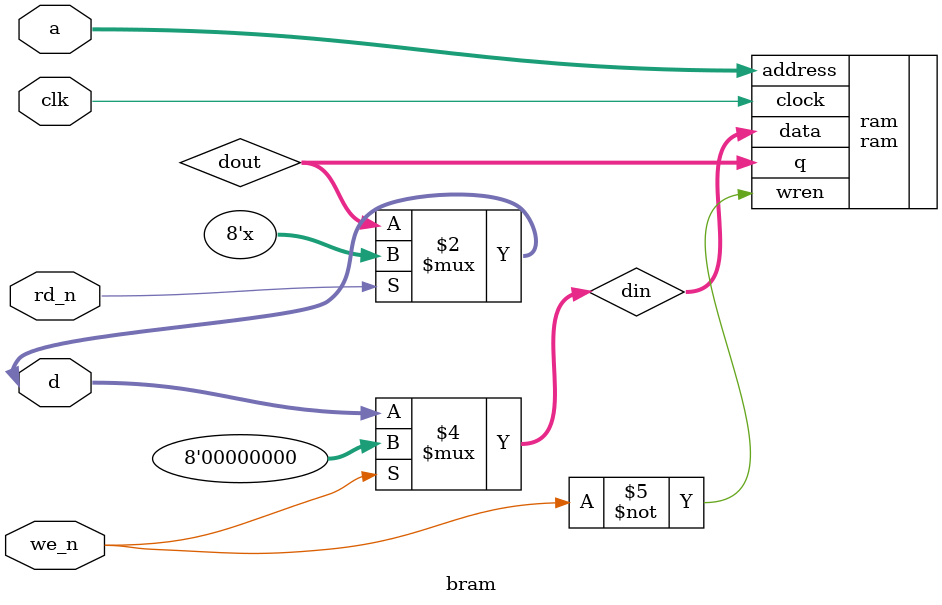
<source format=sv>
module bram(
    input clk,
    input [12:0] a,
    inout [7:0] d,
    input we_n,
    input rd_n
);

wire [7:0] din;
wire [7:0] dout;

assign d = ~rd_n ? dout : 'z;
assign din = ~we_n ? d : 8'h00;

ram ram(
    .clock(clk),
    .address(a),
    .data(din),
    .q(dout),
    .wren(~we_n)
);

endmodule

</source>
